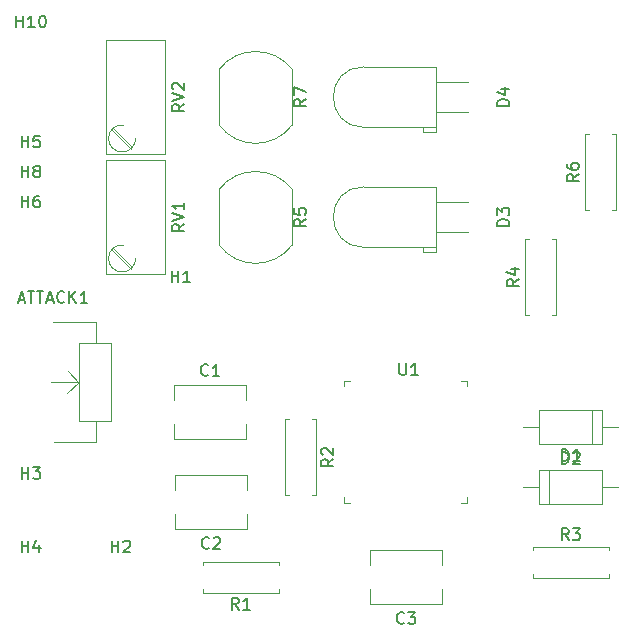
<source format=gbr>
%TF.GenerationSoftware,KiCad,Pcbnew,(5.1.6-0)*%
%TF.CreationDate,2022-05-02T17:38:10-04:00*%
%TF.ProjectId,EnvFollower,456e7646-6f6c-46c6-9f77-65722e6b6963,rev?*%
%TF.SameCoordinates,Original*%
%TF.FileFunction,Legend,Top*%
%TF.FilePolarity,Positive*%
%FSLAX46Y46*%
G04 Gerber Fmt 4.6, Leading zero omitted, Abs format (unit mm)*
G04 Created by KiCad (PCBNEW (5.1.6-0)) date 2022-05-02 17:38:10*
%MOMM*%
%LPD*%
G01*
G04 APERTURE LIST*
%ADD10C,0.120000*%
%ADD11C,0.100000*%
%ADD12C,0.150000*%
G04 APERTURE END LIST*
D10*
%TO.C,R2*%
X99020000Y-92110000D02*
X99350000Y-92110000D01*
X99020000Y-85690000D02*
X99020000Y-92110000D01*
X99350000Y-85690000D02*
X99020000Y-85690000D01*
X101640000Y-92110000D02*
X101310000Y-92110000D01*
X101640000Y-85690000D02*
X101640000Y-92110000D01*
X101310000Y-85690000D02*
X101640000Y-85690000D01*
%TO.C,D1*%
X125010000Y-87770000D02*
X125010000Y-84950000D01*
X119190000Y-86360000D02*
X120530000Y-86360000D01*
X127190000Y-86360000D02*
X125850000Y-86360000D01*
X120530000Y-87770000D02*
X125850000Y-87770000D01*
X120530000Y-84950000D02*
X120530000Y-87770000D01*
X125850000Y-84950000D02*
X120530000Y-84950000D01*
X125850000Y-87770000D02*
X125850000Y-84950000D01*
%TO.C,R4*%
X121960000Y-70450000D02*
X121630000Y-70450000D01*
X121960000Y-76870000D02*
X121960000Y-70450000D01*
X121630000Y-76870000D02*
X121960000Y-76870000D01*
X119340000Y-70450000D02*
X119670000Y-70450000D01*
X119340000Y-76870000D02*
X119340000Y-70450000D01*
X119670000Y-76870000D02*
X119340000Y-76870000D01*
D11*
%TO.C,U1*%
X114400000Y-92820000D02*
X114400000Y-92320000D01*
X114400000Y-92820000D02*
X113900000Y-92820000D01*
X104030000Y-92810000D02*
X104530000Y-92810000D01*
X104030000Y-92810000D02*
X104030000Y-92310000D01*
X104010000Y-82420000D02*
X104010000Y-82920000D01*
X104010000Y-82420000D02*
X104510000Y-82420000D01*
X114410000Y-82420000D02*
X114410000Y-82920000D01*
X114410000Y-82420000D02*
X113910000Y-82420000D01*
D10*
%TO.C,RV2*%
X86085000Y-62651000D02*
X84475000Y-61039000D01*
X85944000Y-62791000D02*
X84334000Y-61180000D01*
X88830000Y-63245000D02*
X83879000Y-63245000D01*
X88830000Y-53595000D02*
X83879000Y-53595000D01*
X83879000Y-53595000D02*
X83879000Y-63245000D01*
X88830000Y-53595000D02*
X88830000Y-63245000D01*
X86364296Y-61874691D02*
G75*
G02*
X84055000Y-61915000I-1154296J-40309D01*
G01*
X84055948Y-61935121D02*
G75*
G02*
X85450000Y-60786000I1154052J20121D01*
G01*
%TO.C,RV1*%
X86085000Y-72811000D02*
X84475000Y-71199000D01*
X85944000Y-72951000D02*
X84334000Y-71340000D01*
X88830000Y-73405000D02*
X83879000Y-73405000D01*
X88830000Y-63755000D02*
X83879000Y-63755000D01*
X83879000Y-63755000D02*
X83879000Y-73405000D01*
X88830000Y-63755000D02*
X88830000Y-73405000D01*
X86364296Y-72034691D02*
G75*
G02*
X84055000Y-72075000I-1154296J-40309D01*
G01*
X84055948Y-72095121D02*
G75*
G02*
X85450000Y-70946000I1154052J20121D01*
G01*
%TO.C,R7*%
X93420000Y-56080000D02*
X93420000Y-60780000D01*
X99620000Y-56080000D02*
X99620000Y-60780000D01*
X99640561Y-56106796D02*
G75*
G03*
X93420000Y-56080000I-3120561J-2373204D01*
G01*
X93414147Y-60772090D02*
G75*
G03*
X99620000Y-60780000I3105853J2292090D01*
G01*
%TO.C,R6*%
X127040000Y-61560000D02*
X126710000Y-61560000D01*
X127040000Y-67980000D02*
X127040000Y-61560000D01*
X126710000Y-67980000D02*
X127040000Y-67980000D01*
X124420000Y-61560000D02*
X124750000Y-61560000D01*
X124420000Y-67980000D02*
X124420000Y-61560000D01*
X124750000Y-67980000D02*
X124420000Y-67980000D01*
%TO.C,R5*%
X93420000Y-66240000D02*
X93420000Y-70940000D01*
X99620000Y-66240000D02*
X99620000Y-70940000D01*
X99640561Y-66266796D02*
G75*
G03*
X93420000Y-66240000I-3120561J-2373204D01*
G01*
X93414147Y-70932090D02*
G75*
G03*
X99620000Y-70940000I3105853J2292090D01*
G01*
%TO.C,R3*%
X126400000Y-99100000D02*
X126400000Y-98770000D01*
X119980000Y-99100000D02*
X126400000Y-99100000D01*
X119980000Y-98770000D02*
X119980000Y-99100000D01*
X126400000Y-96480000D02*
X126400000Y-96810000D01*
X119980000Y-96480000D02*
X126400000Y-96480000D01*
X119980000Y-96810000D02*
X119980000Y-96480000D01*
%TO.C,R1*%
X92040000Y-97750000D02*
X92040000Y-98080000D01*
X98460000Y-97750000D02*
X92040000Y-97750000D01*
X98460000Y-98080000D02*
X98460000Y-97750000D01*
X92040000Y-100370000D02*
X92040000Y-100040000D01*
X98460000Y-100370000D02*
X92040000Y-100370000D01*
X98460000Y-100040000D02*
X98460000Y-100370000D01*
%TO.C,D4*%
X114490000Y-59690000D02*
X114490000Y-59690000D01*
X111820000Y-59690000D02*
X114490000Y-59690000D01*
X111820000Y-59690000D02*
X111820000Y-59690000D01*
X114490000Y-59690000D02*
X111820000Y-59690000D01*
X114490000Y-57150000D02*
X114490000Y-57150000D01*
X111820000Y-57150000D02*
X114490000Y-57150000D01*
X111820000Y-57150000D02*
X111820000Y-57150000D01*
X114490000Y-57150000D02*
X111820000Y-57150000D01*
X111820000Y-60980000D02*
X111820000Y-61380000D01*
X110700000Y-60980000D02*
X111820000Y-60980000D01*
X110700000Y-61380000D02*
X110700000Y-60980000D01*
X111820000Y-61380000D02*
X110700000Y-61380000D01*
X111820000Y-55860000D02*
X111820000Y-60980000D01*
X111820000Y-60980000D02*
X105660000Y-60980000D01*
X111820000Y-55860000D02*
X105660000Y-55860000D01*
X105660000Y-60980000D02*
G75*
G02*
X105660000Y-55860000I0J2560000D01*
G01*
%TO.C,D3*%
X114490000Y-69850000D02*
X114490000Y-69850000D01*
X111820000Y-69850000D02*
X114490000Y-69850000D01*
X111820000Y-69850000D02*
X111820000Y-69850000D01*
X114490000Y-69850000D02*
X111820000Y-69850000D01*
X114490000Y-67310000D02*
X114490000Y-67310000D01*
X111820000Y-67310000D02*
X114490000Y-67310000D01*
X111820000Y-67310000D02*
X111820000Y-67310000D01*
X114490000Y-67310000D02*
X111820000Y-67310000D01*
X111820000Y-71140000D02*
X111820000Y-71540000D01*
X110700000Y-71140000D02*
X111820000Y-71140000D01*
X110700000Y-71540000D02*
X110700000Y-71140000D01*
X111820000Y-71540000D02*
X110700000Y-71540000D01*
X111820000Y-66020000D02*
X111820000Y-71140000D01*
X111820000Y-71140000D02*
X105660000Y-71140000D01*
X111820000Y-66020000D02*
X105660000Y-66020000D01*
X105660000Y-71140000D02*
G75*
G02*
X105660000Y-66020000I0J2560000D01*
G01*
%TO.C,D2*%
X121370000Y-90030000D02*
X121370000Y-92850000D01*
X127190000Y-91440000D02*
X125850000Y-91440000D01*
X119190000Y-91440000D02*
X120530000Y-91440000D01*
X125850000Y-90030000D02*
X120530000Y-90030000D01*
X125850000Y-92850000D02*
X125850000Y-90030000D01*
X120530000Y-92850000D02*
X125850000Y-92850000D01*
X120530000Y-90030000D02*
X120530000Y-92850000D01*
%TO.C,C3*%
X106200000Y-98064000D02*
X106200000Y-96800000D01*
X106200000Y-101320000D02*
X106200000Y-100056000D01*
X112320000Y-98064000D02*
X112320000Y-96800000D01*
X112320000Y-101320000D02*
X112320000Y-100056000D01*
X112320000Y-96800000D02*
X106200000Y-96800000D01*
X112320000Y-101320000D02*
X106200000Y-101320000D01*
%TO.C,C2*%
X89690000Y-91714000D02*
X89690000Y-90450000D01*
X89690000Y-94970000D02*
X89690000Y-93706000D01*
X95810000Y-91714000D02*
X95810000Y-90450000D01*
X95810000Y-94970000D02*
X95810000Y-93706000D01*
X95810000Y-90450000D02*
X89690000Y-90450000D01*
X95810000Y-94970000D02*
X89690000Y-94970000D01*
%TO.C,C1*%
X95730000Y-86086000D02*
X95730000Y-87350000D01*
X95730000Y-82830000D02*
X95730000Y-84094000D01*
X89610000Y-86086000D02*
X89610000Y-87350000D01*
X89610000Y-82830000D02*
X89610000Y-84094000D01*
X89610000Y-87350000D02*
X95730000Y-87350000D01*
X89610000Y-82830000D02*
X95730000Y-82830000D01*
%TO.C,ATTACK1*%
X81570000Y-85850000D02*
X81570000Y-79250000D01*
X84270000Y-85850000D02*
X81570000Y-85850000D01*
X84270000Y-79250000D02*
X84270000Y-85850000D01*
X81570000Y-79250000D02*
X84270000Y-79250000D01*
X81570000Y-82600000D02*
X80620000Y-81600000D01*
X81570000Y-82550000D02*
X80570000Y-83500000D01*
X82970000Y-77500000D02*
X79370000Y-77500000D01*
X82970000Y-79250000D02*
X82970000Y-77500000D01*
X82970000Y-85850000D02*
X82970000Y-87600000D01*
X82970000Y-87600000D02*
X79420000Y-87600000D01*
X81520000Y-82550000D02*
X79170000Y-82550000D01*
%TO.C,R2*%
D12*
X103092380Y-89066666D02*
X102616190Y-89400000D01*
X103092380Y-89638095D02*
X102092380Y-89638095D01*
X102092380Y-89257142D01*
X102140000Y-89161904D01*
X102187619Y-89114285D01*
X102282857Y-89066666D01*
X102425714Y-89066666D01*
X102520952Y-89114285D01*
X102568571Y-89161904D01*
X102616190Y-89257142D01*
X102616190Y-89638095D01*
X102187619Y-88685714D02*
X102140000Y-88638095D01*
X102092380Y-88542857D01*
X102092380Y-88304761D01*
X102140000Y-88209523D01*
X102187619Y-88161904D01*
X102282857Y-88114285D01*
X102378095Y-88114285D01*
X102520952Y-88161904D01*
X103092380Y-88733333D01*
X103092380Y-88114285D01*
%TO.C,D1*%
X122451904Y-89222380D02*
X122451904Y-88222380D01*
X122690000Y-88222380D01*
X122832857Y-88270000D01*
X122928095Y-88365238D01*
X122975714Y-88460476D01*
X123023333Y-88650952D01*
X123023333Y-88793809D01*
X122975714Y-88984285D01*
X122928095Y-89079523D01*
X122832857Y-89174761D01*
X122690000Y-89222380D01*
X122451904Y-89222380D01*
X123975714Y-89222380D02*
X123404285Y-89222380D01*
X123690000Y-89222380D02*
X123690000Y-88222380D01*
X123594761Y-88365238D01*
X123499523Y-88460476D01*
X123404285Y-88508095D01*
%TO.C,R4*%
X118792380Y-73826666D02*
X118316190Y-74160000D01*
X118792380Y-74398095D02*
X117792380Y-74398095D01*
X117792380Y-74017142D01*
X117840000Y-73921904D01*
X117887619Y-73874285D01*
X117982857Y-73826666D01*
X118125714Y-73826666D01*
X118220952Y-73874285D01*
X118268571Y-73921904D01*
X118316190Y-74017142D01*
X118316190Y-74398095D01*
X118125714Y-72969523D02*
X118792380Y-72969523D01*
X117744761Y-73207619D02*
X118459047Y-73445714D01*
X118459047Y-72826666D01*
%TO.C,U1*%
X108688095Y-80952380D02*
X108688095Y-81761904D01*
X108735714Y-81857142D01*
X108783333Y-81904761D01*
X108878571Y-81952380D01*
X109069047Y-81952380D01*
X109164285Y-81904761D01*
X109211904Y-81857142D01*
X109259523Y-81761904D01*
X109259523Y-80952380D01*
X110259523Y-81952380D02*
X109688095Y-81952380D01*
X109973809Y-81952380D02*
X109973809Y-80952380D01*
X109878571Y-81095238D01*
X109783333Y-81190476D01*
X109688095Y-81238095D01*
%TO.C,RV2*%
X90472380Y-59015238D02*
X89996190Y-59348571D01*
X90472380Y-59586666D02*
X89472380Y-59586666D01*
X89472380Y-59205714D01*
X89520000Y-59110476D01*
X89567619Y-59062857D01*
X89662857Y-59015238D01*
X89805714Y-59015238D01*
X89900952Y-59062857D01*
X89948571Y-59110476D01*
X89996190Y-59205714D01*
X89996190Y-59586666D01*
X89472380Y-58729523D02*
X90472380Y-58396190D01*
X89472380Y-58062857D01*
X89567619Y-57777142D02*
X89520000Y-57729523D01*
X89472380Y-57634285D01*
X89472380Y-57396190D01*
X89520000Y-57300952D01*
X89567619Y-57253333D01*
X89662857Y-57205714D01*
X89758095Y-57205714D01*
X89900952Y-57253333D01*
X90472380Y-57824761D01*
X90472380Y-57205714D01*
%TO.C,RV1*%
X90472380Y-69175238D02*
X89996190Y-69508571D01*
X90472380Y-69746666D02*
X89472380Y-69746666D01*
X89472380Y-69365714D01*
X89520000Y-69270476D01*
X89567619Y-69222857D01*
X89662857Y-69175238D01*
X89805714Y-69175238D01*
X89900952Y-69222857D01*
X89948571Y-69270476D01*
X89996190Y-69365714D01*
X89996190Y-69746666D01*
X89472380Y-68889523D02*
X90472380Y-68556190D01*
X89472380Y-68222857D01*
X90472380Y-67365714D02*
X90472380Y-67937142D01*
X90472380Y-67651428D02*
X89472380Y-67651428D01*
X89615238Y-67746666D01*
X89710476Y-67841904D01*
X89758095Y-67937142D01*
%TO.C,R7*%
X100782380Y-58586666D02*
X100306190Y-58920000D01*
X100782380Y-59158095D02*
X99782380Y-59158095D01*
X99782380Y-58777142D01*
X99830000Y-58681904D01*
X99877619Y-58634285D01*
X99972857Y-58586666D01*
X100115714Y-58586666D01*
X100210952Y-58634285D01*
X100258571Y-58681904D01*
X100306190Y-58777142D01*
X100306190Y-59158095D01*
X99782380Y-58253333D02*
X99782380Y-57586666D01*
X100782380Y-58015238D01*
%TO.C,R6*%
X123872380Y-64936666D02*
X123396190Y-65270000D01*
X123872380Y-65508095D02*
X122872380Y-65508095D01*
X122872380Y-65127142D01*
X122920000Y-65031904D01*
X122967619Y-64984285D01*
X123062857Y-64936666D01*
X123205714Y-64936666D01*
X123300952Y-64984285D01*
X123348571Y-65031904D01*
X123396190Y-65127142D01*
X123396190Y-65508095D01*
X122872380Y-64079523D02*
X122872380Y-64270000D01*
X122920000Y-64365238D01*
X122967619Y-64412857D01*
X123110476Y-64508095D01*
X123300952Y-64555714D01*
X123681904Y-64555714D01*
X123777142Y-64508095D01*
X123824761Y-64460476D01*
X123872380Y-64365238D01*
X123872380Y-64174761D01*
X123824761Y-64079523D01*
X123777142Y-64031904D01*
X123681904Y-63984285D01*
X123443809Y-63984285D01*
X123348571Y-64031904D01*
X123300952Y-64079523D01*
X123253333Y-64174761D01*
X123253333Y-64365238D01*
X123300952Y-64460476D01*
X123348571Y-64508095D01*
X123443809Y-64555714D01*
%TO.C,R5*%
X100782380Y-68746666D02*
X100306190Y-69080000D01*
X100782380Y-69318095D02*
X99782380Y-69318095D01*
X99782380Y-68937142D01*
X99830000Y-68841904D01*
X99877619Y-68794285D01*
X99972857Y-68746666D01*
X100115714Y-68746666D01*
X100210952Y-68794285D01*
X100258571Y-68841904D01*
X100306190Y-68937142D01*
X100306190Y-69318095D01*
X99782380Y-67841904D02*
X99782380Y-68318095D01*
X100258571Y-68365714D01*
X100210952Y-68318095D01*
X100163333Y-68222857D01*
X100163333Y-67984761D01*
X100210952Y-67889523D01*
X100258571Y-67841904D01*
X100353809Y-67794285D01*
X100591904Y-67794285D01*
X100687142Y-67841904D01*
X100734761Y-67889523D01*
X100782380Y-67984761D01*
X100782380Y-68222857D01*
X100734761Y-68318095D01*
X100687142Y-68365714D01*
%TO.C,R3*%
X123023333Y-95932380D02*
X122690000Y-95456190D01*
X122451904Y-95932380D02*
X122451904Y-94932380D01*
X122832857Y-94932380D01*
X122928095Y-94980000D01*
X122975714Y-95027619D01*
X123023333Y-95122857D01*
X123023333Y-95265714D01*
X122975714Y-95360952D01*
X122928095Y-95408571D01*
X122832857Y-95456190D01*
X122451904Y-95456190D01*
X123356666Y-94932380D02*
X123975714Y-94932380D01*
X123642380Y-95313333D01*
X123785238Y-95313333D01*
X123880476Y-95360952D01*
X123928095Y-95408571D01*
X123975714Y-95503809D01*
X123975714Y-95741904D01*
X123928095Y-95837142D01*
X123880476Y-95884761D01*
X123785238Y-95932380D01*
X123499523Y-95932380D01*
X123404285Y-95884761D01*
X123356666Y-95837142D01*
%TO.C,R1*%
X95083333Y-101822380D02*
X94750000Y-101346190D01*
X94511904Y-101822380D02*
X94511904Y-100822380D01*
X94892857Y-100822380D01*
X94988095Y-100870000D01*
X95035714Y-100917619D01*
X95083333Y-101012857D01*
X95083333Y-101155714D01*
X95035714Y-101250952D01*
X94988095Y-101298571D01*
X94892857Y-101346190D01*
X94511904Y-101346190D01*
X96035714Y-101822380D02*
X95464285Y-101822380D01*
X95750000Y-101822380D02*
X95750000Y-100822380D01*
X95654761Y-100965238D01*
X95559523Y-101060476D01*
X95464285Y-101108095D01*
%TO.C,H10*%
X76231904Y-52522380D02*
X76231904Y-51522380D01*
X76231904Y-51998571D02*
X76803333Y-51998571D01*
X76803333Y-52522380D02*
X76803333Y-51522380D01*
X77803333Y-52522380D02*
X77231904Y-52522380D01*
X77517619Y-52522380D02*
X77517619Y-51522380D01*
X77422380Y-51665238D01*
X77327142Y-51760476D01*
X77231904Y-51808095D01*
X78422380Y-51522380D02*
X78517619Y-51522380D01*
X78612857Y-51570000D01*
X78660476Y-51617619D01*
X78708095Y-51712857D01*
X78755714Y-51903333D01*
X78755714Y-52141428D01*
X78708095Y-52331904D01*
X78660476Y-52427142D01*
X78612857Y-52474761D01*
X78517619Y-52522380D01*
X78422380Y-52522380D01*
X78327142Y-52474761D01*
X78279523Y-52427142D01*
X78231904Y-52331904D01*
X78184285Y-52141428D01*
X78184285Y-51903333D01*
X78231904Y-51712857D01*
X78279523Y-51617619D01*
X78327142Y-51570000D01*
X78422380Y-51522380D01*
%TO.C,H8*%
X76708095Y-65222380D02*
X76708095Y-64222380D01*
X76708095Y-64698571D02*
X77279523Y-64698571D01*
X77279523Y-65222380D02*
X77279523Y-64222380D01*
X77898571Y-64650952D02*
X77803333Y-64603333D01*
X77755714Y-64555714D01*
X77708095Y-64460476D01*
X77708095Y-64412857D01*
X77755714Y-64317619D01*
X77803333Y-64270000D01*
X77898571Y-64222380D01*
X78089047Y-64222380D01*
X78184285Y-64270000D01*
X78231904Y-64317619D01*
X78279523Y-64412857D01*
X78279523Y-64460476D01*
X78231904Y-64555714D01*
X78184285Y-64603333D01*
X78089047Y-64650952D01*
X77898571Y-64650952D01*
X77803333Y-64698571D01*
X77755714Y-64746190D01*
X77708095Y-64841428D01*
X77708095Y-65031904D01*
X77755714Y-65127142D01*
X77803333Y-65174761D01*
X77898571Y-65222380D01*
X78089047Y-65222380D01*
X78184285Y-65174761D01*
X78231904Y-65127142D01*
X78279523Y-65031904D01*
X78279523Y-64841428D01*
X78231904Y-64746190D01*
X78184285Y-64698571D01*
X78089047Y-64650952D01*
%TO.C,H6*%
X76708095Y-67762380D02*
X76708095Y-66762380D01*
X76708095Y-67238571D02*
X77279523Y-67238571D01*
X77279523Y-67762380D02*
X77279523Y-66762380D01*
X78184285Y-66762380D02*
X77993809Y-66762380D01*
X77898571Y-66810000D01*
X77850952Y-66857619D01*
X77755714Y-67000476D01*
X77708095Y-67190952D01*
X77708095Y-67571904D01*
X77755714Y-67667142D01*
X77803333Y-67714761D01*
X77898571Y-67762380D01*
X78089047Y-67762380D01*
X78184285Y-67714761D01*
X78231904Y-67667142D01*
X78279523Y-67571904D01*
X78279523Y-67333809D01*
X78231904Y-67238571D01*
X78184285Y-67190952D01*
X78089047Y-67143333D01*
X77898571Y-67143333D01*
X77803333Y-67190952D01*
X77755714Y-67238571D01*
X77708095Y-67333809D01*
%TO.C,H5*%
X76708095Y-62682380D02*
X76708095Y-61682380D01*
X76708095Y-62158571D02*
X77279523Y-62158571D01*
X77279523Y-62682380D02*
X77279523Y-61682380D01*
X78231904Y-61682380D02*
X77755714Y-61682380D01*
X77708095Y-62158571D01*
X77755714Y-62110952D01*
X77850952Y-62063333D01*
X78089047Y-62063333D01*
X78184285Y-62110952D01*
X78231904Y-62158571D01*
X78279523Y-62253809D01*
X78279523Y-62491904D01*
X78231904Y-62587142D01*
X78184285Y-62634761D01*
X78089047Y-62682380D01*
X77850952Y-62682380D01*
X77755714Y-62634761D01*
X77708095Y-62587142D01*
%TO.C,H4*%
X76708095Y-96972380D02*
X76708095Y-95972380D01*
X76708095Y-96448571D02*
X77279523Y-96448571D01*
X77279523Y-96972380D02*
X77279523Y-95972380D01*
X78184285Y-96305714D02*
X78184285Y-96972380D01*
X77946190Y-95924761D02*
X77708095Y-96639047D01*
X78327142Y-96639047D01*
%TO.C,H3*%
X76708095Y-90737059D02*
X76708095Y-89737059D01*
X76708095Y-90213250D02*
X77279523Y-90213250D01*
X77279523Y-90737059D02*
X77279523Y-89737059D01*
X77660476Y-89737059D02*
X78279523Y-89737059D01*
X77946190Y-90118012D01*
X78089047Y-90118012D01*
X78184285Y-90165631D01*
X78231904Y-90213250D01*
X78279523Y-90308488D01*
X78279523Y-90546583D01*
X78231904Y-90641821D01*
X78184285Y-90689440D01*
X78089047Y-90737059D01*
X77803333Y-90737059D01*
X77708095Y-90689440D01*
X77660476Y-90641821D01*
%TO.C,H2*%
X84328095Y-96972380D02*
X84328095Y-95972380D01*
X84328095Y-96448571D02*
X84899523Y-96448571D01*
X84899523Y-96972380D02*
X84899523Y-95972380D01*
X85328095Y-96067619D02*
X85375714Y-96020000D01*
X85470952Y-95972380D01*
X85709047Y-95972380D01*
X85804285Y-96020000D01*
X85851904Y-96067619D01*
X85899523Y-96162857D01*
X85899523Y-96258095D01*
X85851904Y-96400952D01*
X85280476Y-96972380D01*
X85899523Y-96972380D01*
%TO.C,H1*%
X89408095Y-74112380D02*
X89408095Y-73112380D01*
X89408095Y-73588571D02*
X89979523Y-73588571D01*
X89979523Y-74112380D02*
X89979523Y-73112380D01*
X90979523Y-74112380D02*
X90408095Y-74112380D01*
X90693809Y-74112380D02*
X90693809Y-73112380D01*
X90598571Y-73255238D01*
X90503333Y-73350476D01*
X90408095Y-73398095D01*
%TO.C,D4*%
X117982380Y-59158095D02*
X116982380Y-59158095D01*
X116982380Y-58920000D01*
X117030000Y-58777142D01*
X117125238Y-58681904D01*
X117220476Y-58634285D01*
X117410952Y-58586666D01*
X117553809Y-58586666D01*
X117744285Y-58634285D01*
X117839523Y-58681904D01*
X117934761Y-58777142D01*
X117982380Y-58920000D01*
X117982380Y-59158095D01*
X117315714Y-57729523D02*
X117982380Y-57729523D01*
X116934761Y-57967619D02*
X117649047Y-58205714D01*
X117649047Y-57586666D01*
%TO.C,D3*%
X117982380Y-69318095D02*
X116982380Y-69318095D01*
X116982380Y-69080000D01*
X117030000Y-68937142D01*
X117125238Y-68841904D01*
X117220476Y-68794285D01*
X117410952Y-68746666D01*
X117553809Y-68746666D01*
X117744285Y-68794285D01*
X117839523Y-68841904D01*
X117934761Y-68937142D01*
X117982380Y-69080000D01*
X117982380Y-69318095D01*
X116982380Y-68413333D02*
X116982380Y-67794285D01*
X117363333Y-68127619D01*
X117363333Y-67984761D01*
X117410952Y-67889523D01*
X117458571Y-67841904D01*
X117553809Y-67794285D01*
X117791904Y-67794285D01*
X117887142Y-67841904D01*
X117934761Y-67889523D01*
X117982380Y-67984761D01*
X117982380Y-68270476D01*
X117934761Y-68365714D01*
X117887142Y-68413333D01*
%TO.C,D2*%
X122451904Y-89482380D02*
X122451904Y-88482380D01*
X122690000Y-88482380D01*
X122832857Y-88530000D01*
X122928095Y-88625238D01*
X122975714Y-88720476D01*
X123023333Y-88910952D01*
X123023333Y-89053809D01*
X122975714Y-89244285D01*
X122928095Y-89339523D01*
X122832857Y-89434761D01*
X122690000Y-89482380D01*
X122451904Y-89482380D01*
X123404285Y-88577619D02*
X123451904Y-88530000D01*
X123547142Y-88482380D01*
X123785238Y-88482380D01*
X123880476Y-88530000D01*
X123928095Y-88577619D01*
X123975714Y-88672857D01*
X123975714Y-88768095D01*
X123928095Y-88910952D01*
X123356666Y-89482380D01*
X123975714Y-89482380D01*
%TO.C,C3*%
X109093333Y-102927142D02*
X109045714Y-102974761D01*
X108902857Y-103022380D01*
X108807619Y-103022380D01*
X108664761Y-102974761D01*
X108569523Y-102879523D01*
X108521904Y-102784285D01*
X108474285Y-102593809D01*
X108474285Y-102450952D01*
X108521904Y-102260476D01*
X108569523Y-102165238D01*
X108664761Y-102070000D01*
X108807619Y-102022380D01*
X108902857Y-102022380D01*
X109045714Y-102070000D01*
X109093333Y-102117619D01*
X109426666Y-102022380D02*
X110045714Y-102022380D01*
X109712380Y-102403333D01*
X109855238Y-102403333D01*
X109950476Y-102450952D01*
X109998095Y-102498571D01*
X110045714Y-102593809D01*
X110045714Y-102831904D01*
X109998095Y-102927142D01*
X109950476Y-102974761D01*
X109855238Y-103022380D01*
X109569523Y-103022380D01*
X109474285Y-102974761D01*
X109426666Y-102927142D01*
%TO.C,C2*%
X92583333Y-96577142D02*
X92535714Y-96624761D01*
X92392857Y-96672380D01*
X92297619Y-96672380D01*
X92154761Y-96624761D01*
X92059523Y-96529523D01*
X92011904Y-96434285D01*
X91964285Y-96243809D01*
X91964285Y-96100952D01*
X92011904Y-95910476D01*
X92059523Y-95815238D01*
X92154761Y-95720000D01*
X92297619Y-95672380D01*
X92392857Y-95672380D01*
X92535714Y-95720000D01*
X92583333Y-95767619D01*
X92964285Y-95767619D02*
X93011904Y-95720000D01*
X93107142Y-95672380D01*
X93345238Y-95672380D01*
X93440476Y-95720000D01*
X93488095Y-95767619D01*
X93535714Y-95862857D01*
X93535714Y-95958095D01*
X93488095Y-96100952D01*
X92916666Y-96672380D01*
X93535714Y-96672380D01*
%TO.C,C1*%
X92503333Y-81937142D02*
X92455714Y-81984761D01*
X92312857Y-82032380D01*
X92217619Y-82032380D01*
X92074761Y-81984761D01*
X91979523Y-81889523D01*
X91931904Y-81794285D01*
X91884285Y-81603809D01*
X91884285Y-81460952D01*
X91931904Y-81270476D01*
X91979523Y-81175238D01*
X92074761Y-81080000D01*
X92217619Y-81032380D01*
X92312857Y-81032380D01*
X92455714Y-81080000D01*
X92503333Y-81127619D01*
X93455714Y-82032380D02*
X92884285Y-82032380D01*
X93170000Y-82032380D02*
X93170000Y-81032380D01*
X93074761Y-81175238D01*
X92979523Y-81270476D01*
X92884285Y-81318095D01*
%TO.C,ATTACK1*%
X76465238Y-75566666D02*
X76941428Y-75566666D01*
X76370000Y-75852380D02*
X76703333Y-74852380D01*
X77036666Y-75852380D01*
X77227142Y-74852380D02*
X77798571Y-74852380D01*
X77512857Y-75852380D02*
X77512857Y-74852380D01*
X77989047Y-74852380D02*
X78560476Y-74852380D01*
X78274761Y-75852380D02*
X78274761Y-74852380D01*
X78846190Y-75566666D02*
X79322380Y-75566666D01*
X78750952Y-75852380D02*
X79084285Y-74852380D01*
X79417619Y-75852380D01*
X80322380Y-75757142D02*
X80274761Y-75804761D01*
X80131904Y-75852380D01*
X80036666Y-75852380D01*
X79893809Y-75804761D01*
X79798571Y-75709523D01*
X79750952Y-75614285D01*
X79703333Y-75423809D01*
X79703333Y-75280952D01*
X79750952Y-75090476D01*
X79798571Y-74995238D01*
X79893809Y-74900000D01*
X80036666Y-74852380D01*
X80131904Y-74852380D01*
X80274761Y-74900000D01*
X80322380Y-74947619D01*
X80750952Y-75852380D02*
X80750952Y-74852380D01*
X81322380Y-75852380D02*
X80893809Y-75280952D01*
X81322380Y-74852380D02*
X80750952Y-75423809D01*
X82274761Y-75852380D02*
X81703333Y-75852380D01*
X81989047Y-75852380D02*
X81989047Y-74852380D01*
X81893809Y-74995238D01*
X81798571Y-75090476D01*
X81703333Y-75138095D01*
%TD*%
M02*

</source>
